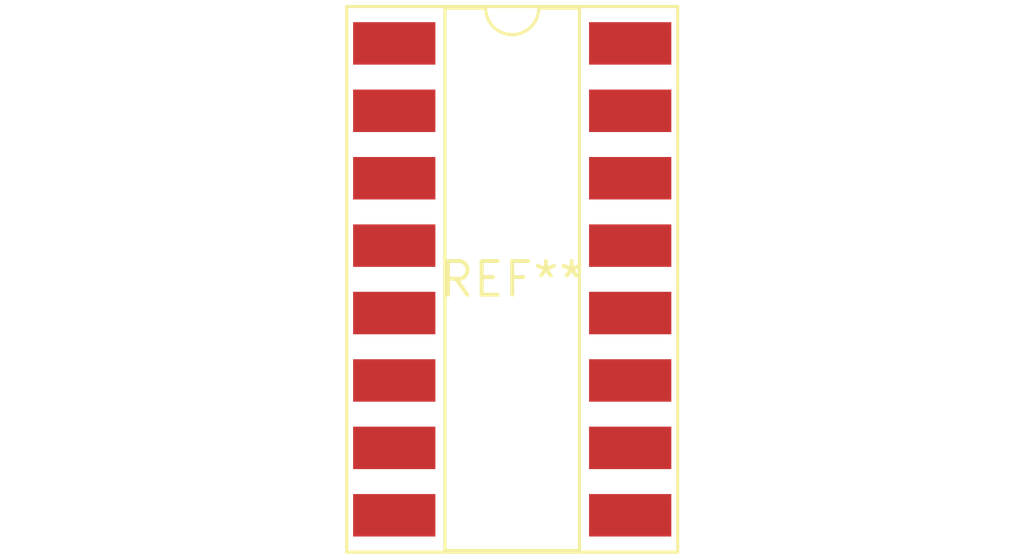
<source format=kicad_pcb>
(kicad_pcb (version 20240108) (generator pcbnew)
  (layers (0 "F.Cu" signal) (31 "B.Cu" signal) (34 "B.Paste" user) (35 "F.Paste" user) (36 "B.SilkS" user "B.Silkscreen") (37 "F.SilkS" user "F.Silkscreen") (38 "B.Mask" user) (39 "F.Mask" user) (44 "Edge.Cuts" user))
  (net 0 "")
  (footprint "DIP-16_W8.89mm_SMDSocket_LongPads" (layer "F.Cu") (at 0 0)
    (property "Reference" "REF**")
    (property "Value" "DIP-16_W8.89mm_SMDSocket_LongPads")
    (fp_line (start -6.235 -10.28) (end -6.235 10.28) (layer "F.SilkS") (stroke (width 0.12)))
    (fp_line (start -6.235 10.28) (end 6.235 10.28) (layer "F.SilkS") (stroke (width 0.12)))
    (fp_line (start -2.535 -10.22) (end -2.535 10.22) (layer "F.SilkS") (stroke (width 0.12)))
    (fp_line (start -2.535 10.22) (end 2.535 10.22) (layer "F.SilkS") (stroke (width 0.12)))
    (fp_line (start -1 -10.22) (end -2.535 -10.22) (layer "F.SilkS") (stroke (width 0.12)))
    (fp_line (start 2.535 -10.22) (end 1 -10.22) (layer "F.SilkS") (stroke (width 0.12)))
    (fp_line (start 2.535 10.22) (end 2.535 -10.22) (layer "F.SilkS") (stroke (width 0.12)))
    (fp_line (start 6.235 -10.28) (end -6.235 -10.28) (layer "F.SilkS") (stroke (width 0.12)))
    (fp_line (start 6.235 10.28) (end 6.235 -10.28) (layer "F.SilkS") (stroke (width 0.12)))
    (fp_arc (start 1 -10.22) (mid 0 -9.22) (end -1 -10.22) (layer "F.SilkS") (stroke (width 0.12)))
    (pad "1" smd rect (at -4.445 -8.89) (size 3.1 1.6) (layers "F.Cu" "F.Paste" "F.Mask"))
    (pad "2" smd rect (at -4.445 -6.35) (size 3.1 1.6) (layers "F.Cu" "F.Paste" "F.Mask"))
    (pad "3" smd rect (at -4.445 -3.81) (size 3.1 1.6) (layers "F.Cu" "F.Paste" "F.Mask"))
    (pad "4" smd rect (at -4.445 -1.27) (size 3.1 1.6) (layers "F.Cu" "F.Paste" "F.Mask"))
    (pad "5" smd rect (at -4.445 1.27) (size 3.1 1.6) (layers "F.Cu" "F.Paste" "F.Mask"))
    (pad "6" smd rect (at -4.445 3.81) (size 3.1 1.6) (layers "F.Cu" "F.Paste" "F.Mask"))
    (pad "7" smd rect (at -4.445 6.35) (size 3.1 1.6) (layers "F.Cu" "F.Paste" "F.Mask"))
    (pad "8" smd rect (at -4.445 8.89) (size 3.1 1.6) (layers "F.Cu" "F.Paste" "F.Mask"))
    (pad "9" smd rect (at 4.445 8.89) (size 3.1 1.6) (layers "F.Cu" "F.Paste" "F.Mask"))
    (pad "10" smd rect (at 4.445 6.35) (size 3.1 1.6) (layers "F.Cu" "F.Paste" "F.Mask"))
    (pad "11" smd rect (at 4.445 3.81) (size 3.1 1.6) (layers "F.Cu" "F.Paste" "F.Mask"))
    (pad "12" smd rect (at 4.445 1.27) (size 3.1 1.6) (layers "F.Cu" "F.Paste" "F.Mask"))
    (pad "13" smd rect (at 4.445 -1.27) (size 3.1 1.6) (layers "F.Cu" "F.Paste" "F.Mask"))
    (pad "14" smd rect (at 4.445 -3.81) (size 3.1 1.6) (layers "F.Cu" "F.Paste" "F.Mask"))
    (pad "15" smd rect (at 4.445 -6.35) (size 3.1 1.6) (layers "F.Cu" "F.Paste" "F.Mask"))
    (pad "16" smd rect (at 4.445 -8.89) (size 3.1 1.6) (layers "F.Cu" "F.Paste" "F.Mask"))
  )
)
</source>
